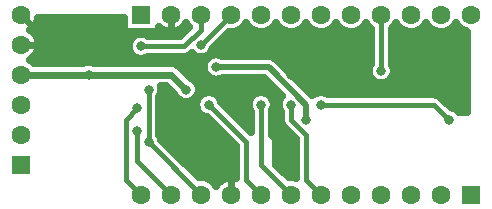
<source format=gbl>
G04 DipTrace 3.3.1.3*
G04 CR19-0914-MP2.GBL*
%MOMM*%
G04 #@! TF.FileFunction,Copper,L2,Bot*
G04 #@! TF.Part,Single*
G04 #@! TA.AperFunction,Conductor*
%ADD13C,0.3048*%
%ADD14C,0.6096*%
%ADD15C,0.4064*%
%ADD16C,0.508*%
G04 #@! TA.AperFunction,CopperBalancing*
%ADD17C,0.635*%
%ADD18C,0.32993*%
G04 #@! TA.AperFunction,ComponentPad*
%ADD21R,1.6X1.6*%
%ADD22C,1.6*%
G04 #@! TA.AperFunction,ViaPad*
%ADD28C,0.8*%
%FSLAX35Y35*%
G04*
G71*
G90*
G75*
G01*
G04 Bottom*
%LPD*%
X1905000Y127000D2*
D14*
Y381000D1*
D13*
X1397000Y889000D1*
Y1651000D2*
D14*
Y1524000D1*
X1365250Y1492250D1*
D13*
X539750D1*
X444500Y1397000D1*
D14*
X127000D1*
X539750Y1492250D2*
D13*
X508000Y1524000D1*
X254000D1*
D14*
X127000Y1651000D1*
Y1143000D2*
X698500D1*
X1397000D1*
X1524000Y1016000D1*
X2540000Y762000D2*
D16*
Y889000D1*
X2222500Y1206500D1*
X1778000D1*
X3746500Y762000D2*
D15*
X3619500Y889000D1*
X2667000D1*
X1651000Y127000D2*
X1206500Y571500D1*
Y1016000D1*
X1651000Y1397000D2*
X1905000Y1651000D1*
X1143000Y1381127D2*
X1508127D1*
X1651000Y1524000D1*
Y1651000D1*
X1143000Y127000D2*
X1016000Y254000D1*
Y762000D1*
X1111250Y857250D1*
X1397000Y127000D2*
X1111250Y412750D1*
Y666750D1*
X2159000Y127000D2*
X2032000Y254000D1*
Y571500D1*
X1714500Y889000D1*
X2413000Y127000D2*
X2159000Y381000D1*
Y889000D1*
X2667000Y127000D2*
X2540000Y254000D1*
Y635000D1*
X2413000Y762000D1*
Y889000D1*
X3175000Y1174750D2*
Y1651000D1*
D28*
X1651000Y1397000D3*
X1143000Y1381127D3*
X698500Y1143000D3*
X1714500Y889000D3*
X2159000D3*
X2413000D3*
X2667000D3*
X3746500Y762000D3*
X1206500Y571500D3*
Y1016000D3*
X3175000Y1174750D3*
X2540000Y762000D3*
X1524000Y1016000D3*
X2413000Y1143000D3*
X3873500Y889000D3*
X1111250Y666750D3*
X3302000Y1460500D3*
X3048000D3*
X1111250Y857250D3*
X1397000Y889000D3*
X1778000Y1206500D3*
X2413000Y635000D3*
X245993Y1556083D2*
D17*
X989347D1*
X245080Y1492917D2*
X1489647D1*
X1877137D2*
X3081053D1*
X3268933D2*
X3898903D1*
X276980Y1429750D2*
X1041027D1*
X1813973D2*
X3081053D1*
X3268933D2*
X3898903D1*
X277437Y1366583D2*
X1030363D1*
X1760197D2*
X3081053D1*
X3268933D2*
X3898903D1*
X247087Y1303417D2*
X1062720D1*
X1554937D2*
X1592187D1*
X1830380D2*
X3081053D1*
X3268933D2*
X3898903D1*
X1413387Y1240250D2*
X1669840D1*
X2326213D2*
X3081053D1*
X3268933D2*
X3898903D1*
X1507540Y1177083D2*
X1668473D1*
X2389377D2*
X3061363D1*
X3288623D2*
X3898903D1*
X1574170Y1113917D2*
X1717420D1*
X2452540D2*
X3080323D1*
X3269753D2*
X3898903D1*
X1631863Y1050750D2*
X2240780D1*
X2515707D2*
X3898903D1*
X1316317Y987583D2*
X1407797D1*
X1633780D2*
X1665830D1*
X1763207D2*
X2110350D1*
X2207633D2*
X2304033D1*
X2578870D2*
X2618303D1*
X2715680D2*
X3898903D1*
X1300457Y924417D2*
X1461757D1*
X1822087D2*
X2051377D1*
X2266603D2*
X2305400D1*
X3714363D2*
X3898903D1*
X1300457Y861250D2*
X1604490D1*
X1872490D2*
X2049007D1*
X2268973D2*
X2303030D1*
X3793570D2*
X3898903D1*
X1300457Y798083D2*
X1651157D1*
X1935653D2*
X2065050D1*
X2252933D2*
X2319073D1*
X1300457Y734917D2*
X1738383D1*
X1998817D2*
X2065050D1*
X2252933D2*
X2323357D1*
X1300457Y671750D2*
X1801547D1*
X2252933D2*
X2373030D1*
X1313493Y608583D2*
X1864710D1*
X2281917D2*
X2436197D1*
X1362803Y545417D2*
X1927877D1*
X2293583D2*
X2446040D1*
X1425967Y482250D2*
X1938083D1*
X2293583D2*
X2446040D1*
X1489130Y419083D2*
X1938083D1*
X2293583D2*
X2446040D1*
X1552293Y355917D2*
X1938083D1*
X2314363D2*
X2446040D1*
X1615457Y292750D2*
X1938083D1*
X2377530D2*
X2446040D1*
X2391260Y272627D2*
X2413000Y274283D1*
X2436040Y272470D1*
X2452383Y268803D1*
X2452397Y598623D1*
X2346383Y705107D1*
X2338303Y716227D1*
X2332063Y728477D1*
X2327817Y741550D1*
X2325667Y755127D1*
X2325397Y826987D1*
X2317410Y840293D1*
X2310967Y855847D1*
X2307037Y872217D1*
X2305717Y889000D1*
X2307037Y905783D1*
X2310967Y922153D1*
X2317410Y937707D1*
X2326203Y952060D1*
X2335197Y962760D1*
X2184117Y1113810D1*
X1832123Y1113817D1*
X1819057Y1107383D1*
X1803047Y1102180D1*
X1786417Y1099547D1*
X1769583D1*
X1752953Y1102180D1*
X1736943Y1107383D1*
X1721943Y1115023D1*
X1708323Y1124920D1*
X1696420Y1136823D1*
X1686523Y1150443D1*
X1678883Y1165443D1*
X1673680Y1181453D1*
X1671047Y1198083D1*
Y1214917D1*
X1673680Y1231547D1*
X1678883Y1247557D1*
X1686523Y1262557D1*
X1696420Y1276177D1*
X1708323Y1288080D1*
X1721943Y1297977D1*
X1736943Y1305617D1*
X1752953Y1310820D1*
X1769583Y1313453D1*
X1786417D1*
X1803047Y1310820D1*
X1819057Y1305617D1*
X1831903Y1299180D1*
X2229773Y1298900D1*
X2244137Y1296623D1*
X2257970Y1292130D1*
X2270927Y1285527D1*
X2282693Y1276977D1*
X2370533Y1189543D1*
X2593207Y966867D1*
X2603940Y975797D1*
X2618293Y984590D1*
X2633847Y991033D1*
X2650217Y994963D1*
X2667000Y996283D1*
X2683783Y994963D1*
X2700153Y991033D1*
X2715707Y984590D1*
X2728830Y976617D1*
X3626373Y976333D1*
X3639950Y974183D1*
X3653023Y969937D1*
X3665273Y963697D1*
X3676393Y955617D1*
X3764650Y867740D1*
X3779653Y864033D1*
X3795207Y857590D1*
X3809560Y848797D1*
X3822363Y837863D1*
X3831970Y826740D1*
X3905250Y827000D1*
Y1507220D1*
X3891487Y1510923D1*
X3870133Y1519770D1*
X3850427Y1531843D1*
X3832853Y1546853D1*
X3817843Y1564427D1*
X3810030Y1576527D1*
X3802157Y1564427D1*
X3787147Y1546853D1*
X3769573Y1531843D1*
X3749867Y1519770D1*
X3728513Y1510923D1*
X3706040Y1505530D1*
X3683000Y1503717D1*
X3659960Y1505530D1*
X3637487Y1510923D1*
X3616133Y1519770D1*
X3596427Y1531843D1*
X3578853Y1546853D1*
X3563843Y1564427D1*
X3556030Y1576527D1*
X3548157Y1564427D1*
X3533147Y1546853D1*
X3515573Y1531843D1*
X3495867Y1519770D1*
X3474513Y1510923D1*
X3452040Y1505530D1*
X3429000Y1503717D1*
X3405960Y1505530D1*
X3383487Y1510923D1*
X3362133Y1519770D1*
X3342427Y1531843D1*
X3324853Y1546853D1*
X3309843Y1564427D1*
X3302030Y1576527D1*
X3294157Y1564427D1*
X3279147Y1546853D1*
X3262600Y1532657D1*
X3262603Y1236743D1*
X3270590Y1223457D1*
X3277033Y1207903D1*
X3280963Y1191533D1*
X3282283Y1174750D1*
X3280963Y1157967D1*
X3277033Y1141597D1*
X3270590Y1126043D1*
X3261797Y1111690D1*
X3250863Y1098887D1*
X3238060Y1087953D1*
X3223707Y1079160D1*
X3208153Y1072717D1*
X3191783Y1068787D1*
X3175000Y1067467D1*
X3158217Y1068787D1*
X3141847Y1072717D1*
X3126293Y1079160D1*
X3111940Y1087953D1*
X3099137Y1098887D1*
X3088203Y1111690D1*
X3079410Y1126043D1*
X3072967Y1141597D1*
X3069037Y1157967D1*
X3067717Y1174750D1*
X3069037Y1191533D1*
X3072967Y1207903D1*
X3079410Y1223457D1*
X3087383Y1236580D1*
X3087397Y1532680D1*
X3070853Y1546853D1*
X3055843Y1564427D1*
X3048030Y1576527D1*
X3040157Y1564427D1*
X3025147Y1546853D1*
X3007573Y1531843D1*
X2987867Y1519770D1*
X2966513Y1510923D1*
X2944040Y1505530D1*
X2921000Y1503717D1*
X2897960Y1505530D1*
X2875487Y1510923D1*
X2854133Y1519770D1*
X2834427Y1531843D1*
X2816853Y1546853D1*
X2801843Y1564427D1*
X2794030Y1576527D1*
X2786157Y1564427D1*
X2771147Y1546853D1*
X2753573Y1531843D1*
X2733867Y1519770D1*
X2712513Y1510923D1*
X2690040Y1505530D1*
X2667000Y1503717D1*
X2643960Y1505530D1*
X2621487Y1510923D1*
X2600133Y1519770D1*
X2580427Y1531843D1*
X2562853Y1546853D1*
X2547843Y1564427D1*
X2540030Y1576527D1*
X2532157Y1564427D1*
X2517147Y1546853D1*
X2499573Y1531843D1*
X2479867Y1519770D1*
X2458513Y1510923D1*
X2436040Y1505530D1*
X2413000Y1503717D1*
X2389960Y1505530D1*
X2367487Y1510923D1*
X2346133Y1519770D1*
X2326427Y1531843D1*
X2308853Y1546853D1*
X2293843Y1564427D1*
X2286030Y1576527D1*
X2278157Y1564427D1*
X2263147Y1546853D1*
X2245573Y1531843D1*
X2225867Y1519770D1*
X2204513Y1510923D1*
X2182040Y1505530D1*
X2159000Y1503717D1*
X2135960Y1505530D1*
X2113487Y1510923D1*
X2092133Y1519770D1*
X2072427Y1531843D1*
X2054853Y1546853D1*
X2039843Y1564427D1*
X2032030Y1576527D1*
X2024157Y1564427D1*
X2009147Y1546853D1*
X1991573Y1531843D1*
X1971867Y1519770D1*
X1950513Y1510923D1*
X1928040Y1505530D1*
X1905000Y1503717D1*
X1883260Y1505373D1*
X1756777Y1378883D1*
X1753033Y1363847D1*
X1746590Y1348293D1*
X1737797Y1333940D1*
X1726863Y1321137D1*
X1714060Y1310203D1*
X1699707Y1301410D1*
X1684153Y1294967D1*
X1667783Y1291037D1*
X1651000Y1289717D1*
X1634217Y1291037D1*
X1617847Y1294967D1*
X1602293Y1301410D1*
X1587940Y1310203D1*
X1573643Y1322757D1*
X1559620Y1310253D1*
X1547900Y1303070D1*
X1535197Y1297810D1*
X1521830Y1294600D1*
X1508100Y1293523D1*
X1204883D1*
X1191707Y1285537D1*
X1176153Y1279093D1*
X1159783Y1275163D1*
X1143000Y1273843D1*
X1126217Y1275163D1*
X1109847Y1279093D1*
X1094293Y1285537D1*
X1079940Y1294330D1*
X1067137Y1305263D1*
X1056203Y1318067D1*
X1047410Y1332420D1*
X1040967Y1347973D1*
X1037037Y1364343D1*
X1035717Y1381127D1*
X1037037Y1397910D1*
X1040967Y1414280D1*
X1047410Y1429833D1*
X1056203Y1444187D1*
X1067137Y1456990D1*
X1079940Y1467923D1*
X1094293Y1476717D1*
X1109847Y1483160D1*
X1126217Y1487090D1*
X1143000Y1488410D1*
X1159783Y1487090D1*
X1176153Y1483160D1*
X1191707Y1476717D1*
X1204830Y1468743D1*
X1471763Y1468730D1*
X1548463Y1545353D1*
X1539003Y1555347D1*
X1525420Y1574043D1*
X1524030Y1576527D1*
X1516157Y1564427D1*
X1501147Y1546853D1*
X1483573Y1531843D1*
X1463867Y1519770D1*
X1442513Y1510923D1*
X1420040Y1505530D1*
X1397000Y1503717D1*
X1373960Y1505530D1*
X1351487Y1510923D1*
X1330133Y1519770D1*
X1310427Y1531843D1*
X1292853Y1546853D1*
X1290310Y1549607D1*
X1290283Y1503717D1*
X995717D1*
Y1619197D1*
X270840Y1619250D1*
X267077Y1605487D1*
X258230Y1584133D1*
X246157Y1564427D1*
X231147Y1546853D1*
X213573Y1531843D1*
X201473Y1524030D1*
X213573Y1516157D1*
X231147Y1501147D1*
X246157Y1483573D1*
X258230Y1463867D1*
X267077Y1442513D1*
X272470Y1420040D1*
X274283Y1397000D1*
X272470Y1373960D1*
X267077Y1351487D1*
X258230Y1330133D1*
X246157Y1310427D1*
X231147Y1292853D1*
X213573Y1277843D1*
X201473Y1270030D1*
X213573Y1262157D1*
X231147Y1247147D1*
X237063Y1240743D1*
X654280Y1240763D1*
X673453Y1247320D1*
X690083Y1249953D1*
X706917D1*
X723547Y1247320D1*
X739557Y1242117D1*
X742513Y1240753D1*
X1404670Y1240463D1*
X1419823Y1238063D1*
X1434413Y1233323D1*
X1448083Y1226357D1*
X1460493Y1217340D1*
X1548627Y1129633D1*
X1561837Y1116423D1*
X1580057Y1107477D1*
X1593677Y1097580D1*
X1605580Y1085677D1*
X1615477Y1072057D1*
X1623117Y1057057D1*
X1628320Y1041047D1*
X1630953Y1024417D1*
Y1007583D1*
X1628320Y990953D1*
X1623117Y974943D1*
X1615477Y959943D1*
X1605580Y946323D1*
X1593677Y934420D1*
X1580057Y924523D1*
X1565057Y916883D1*
X1549047Y911680D1*
X1532417Y909047D1*
X1515583D1*
X1498953Y911680D1*
X1482943Y916883D1*
X1467943Y924523D1*
X1454323Y934420D1*
X1442420Y946323D1*
X1432523Y959943D1*
X1424883Y974943D1*
X1423753Y978000D1*
X1356457Y1045283D1*
X1309773Y1045237D1*
X1312463Y1032783D1*
X1313783Y1016000D1*
X1312463Y999217D1*
X1308533Y982847D1*
X1302090Y967293D1*
X1294117Y954170D1*
X1294103Y633460D1*
X1302090Y620207D1*
X1308533Y604653D1*
X1312173Y589737D1*
X1629173Y272720D1*
X1651000Y274283D1*
X1674040Y272470D1*
X1696513Y267077D1*
X1717867Y258230D1*
X1737573Y246157D1*
X1755147Y231147D1*
X1770157Y213573D1*
X1777970Y201473D1*
X1788697Y217370D1*
X1801053Y231343D1*
X1815077Y243647D1*
X1830540Y254077D1*
X1847200Y262470D1*
X1864787Y268690D1*
X1883020Y272637D1*
X1901603Y274247D1*
X1920243Y273493D1*
X1938637Y270393D1*
X1944410Y268900D1*
X1944397Y535183D1*
X1696337Y783273D1*
X1681347Y786967D1*
X1665793Y793410D1*
X1651440Y802203D1*
X1638637Y813137D1*
X1627703Y825940D1*
X1618910Y840293D1*
X1612467Y855847D1*
X1608537Y872217D1*
X1607217Y889000D1*
X1608537Y905783D1*
X1612467Y922153D1*
X1618910Y937707D1*
X1627703Y952060D1*
X1638637Y964863D1*
X1651440Y975797D1*
X1665793Y984590D1*
X1681347Y991033D1*
X1697717Y994963D1*
X1714500Y996283D1*
X1731283Y994963D1*
X1747653Y991033D1*
X1763207Y984590D1*
X1777560Y975797D1*
X1790363Y964863D1*
X1801297Y952060D1*
X1810090Y937707D1*
X1816533Y922153D1*
X1820173Y907237D1*
X2071433Y655960D1*
X2071397Y827160D1*
X2063410Y840293D1*
X2056967Y855847D1*
X2053037Y872217D1*
X2051717Y889000D1*
X2053037Y905783D1*
X2056967Y922153D1*
X2063410Y937707D1*
X2072203Y952060D1*
X2083137Y964863D1*
X2095940Y975797D1*
X2110293Y984590D1*
X2125847Y991033D1*
X2142217Y994963D1*
X2159000Y996283D1*
X2175783Y994963D1*
X2192153Y991033D1*
X2207707Y984590D1*
X2222060Y975797D1*
X2234863Y964863D1*
X2245797Y952060D1*
X2254590Y937707D1*
X2261033Y922153D1*
X2264963Y905783D1*
X2266283Y889000D1*
X2264963Y872217D1*
X2261033Y855847D1*
X2254590Y840293D1*
X2246617Y827170D1*
X2246603Y631513D1*
X2256330Y626703D1*
X2264550Y620733D1*
X2271733Y613550D1*
X2277703Y605330D1*
X2282317Y596277D1*
X2285457Y586613D1*
X2287047Y576580D1*
X2287243Y376720D1*
X2391287Y272603D1*
X1905000Y274193D2*
D18*
Y127000D1*
X1397000Y1651000D2*
Y1503807D1*
X127000Y1397000D2*
X274193D1*
D21*
X3937000Y127000D3*
D22*
X3683000D3*
X3429000D3*
X3175000D3*
X2921000D3*
X2667000D3*
X2413000D3*
X2159000D3*
X1905000D3*
X1651000D3*
X1397000D3*
X1143000D3*
D21*
Y1651000D3*
D22*
X1397000D3*
X1651000D3*
X1905000D3*
X2159000D3*
X2413000D3*
X2667000D3*
X2921000D3*
X3175000D3*
X3429000D3*
X3683000D3*
X3937000D3*
D21*
X127000Y381000D3*
D22*
Y635000D3*
Y889000D3*
Y1143000D3*
Y1397000D3*
Y1651000D3*
M02*

</source>
